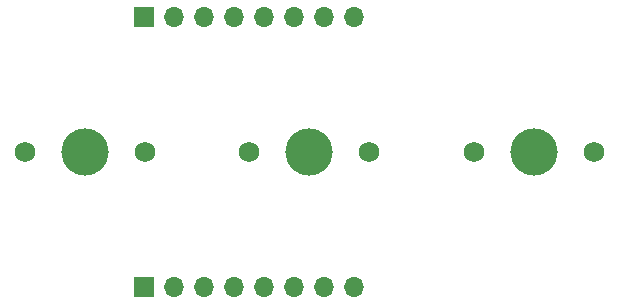
<source format=gts>
G04 #@! TF.GenerationSoftware,KiCad,Pcbnew,(6.0.4)*
G04 #@! TF.CreationDate,2022-05-25T10:20:10+08:00*
G04 #@! TF.ProjectId,3key-v2,336b6579-2d76-4322-9e6b-696361645f70,rev?*
G04 #@! TF.SameCoordinates,Original*
G04 #@! TF.FileFunction,Soldermask,Top*
G04 #@! TF.FilePolarity,Negative*
%FSLAX46Y46*%
G04 Gerber Fmt 4.6, Leading zero omitted, Abs format (unit mm)*
G04 Created by KiCad (PCBNEW (6.0.4)) date 2022-05-25 10:20:10*
%MOMM*%
%LPD*%
G01*
G04 APERTURE LIST*
%ADD10C,4.000000*%
%ADD11C,1.750000*%
%ADD12R,1.700000X1.700000*%
%ADD13O,1.700000X1.700000*%
G04 APERTURE END LIST*
D10*
X119000000Y-97400000D03*
D11*
X113920000Y-97400000D03*
X124080000Y-97400000D03*
X94920000Y-97400000D03*
X105080000Y-97400000D03*
D10*
X100000000Y-97400000D03*
X138000000Y-97400000D03*
D11*
X143080000Y-97400000D03*
X132920000Y-97400000D03*
D12*
X105000000Y-86000000D03*
D13*
X107540000Y-86000000D03*
X110080000Y-86000000D03*
X112620000Y-86000000D03*
X115160000Y-86000000D03*
X117700000Y-86000000D03*
X120240000Y-86000000D03*
X122780000Y-86000000D03*
D12*
X105000000Y-108800000D03*
D13*
X107540000Y-108800000D03*
X110080000Y-108800000D03*
X112620000Y-108800000D03*
X115160000Y-108800000D03*
X117700000Y-108800000D03*
X120240000Y-108800000D03*
X122780000Y-108800000D03*
M02*

</source>
